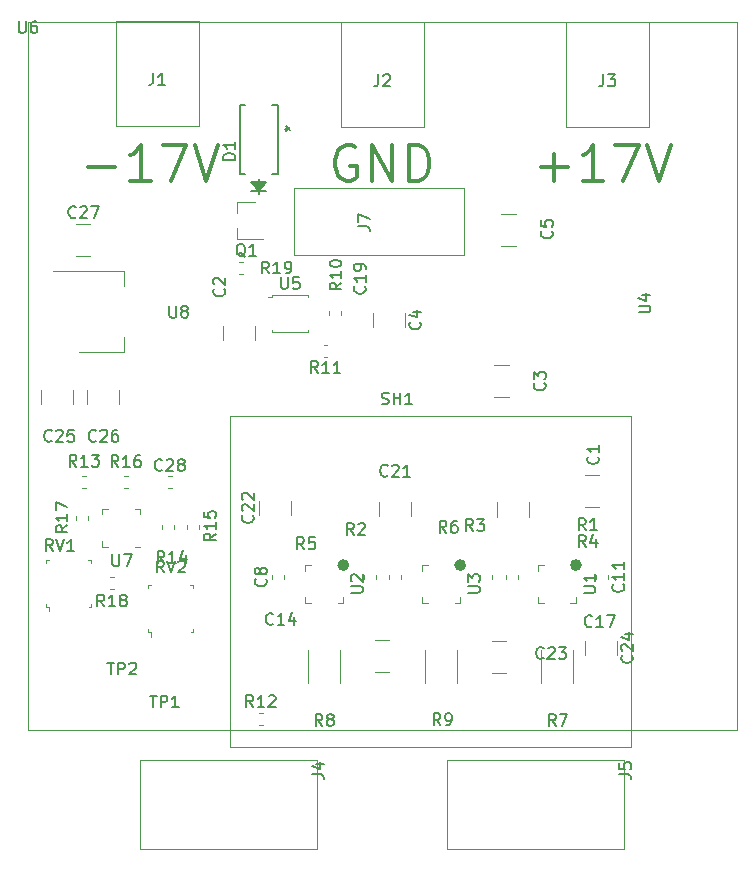
<source format=gto>
G04 #@! TF.GenerationSoftware,KiCad,Pcbnew,(5.1.4)-1*
G04 #@! TF.CreationDate,2020-03-14T09:34:49+01:00*
G04 #@! TF.ProjectId,wave_gen_amp,77617665-5f67-4656-9e5f-616d702e6b69,rev?*
G04 #@! TF.SameCoordinates,Original*
G04 #@! TF.FileFunction,Legend,Top*
G04 #@! TF.FilePolarity,Positive*
%FSLAX46Y46*%
G04 Gerber Fmt 4.6, Leading zero omitted, Abs format (unit mm)*
G04 Created by KiCad (PCBNEW (5.1.4)-1) date 2020-03-14 09:34:49*
%MOMM*%
%LPD*%
G04 APERTURE LIST*
%ADD10C,0.300000*%
%ADD11C,0.120000*%
%ADD12C,0.152400*%
%ADD13C,0.100000*%
%ADD14C,0.500000*%
%ADD15C,0.150000*%
G04 APERTURE END LIST*
D10*
X179414285Y-68314285D02*
X181700000Y-68314285D01*
X180557142Y-69457142D02*
X180557142Y-67171428D01*
X184700000Y-69457142D02*
X182985714Y-69457142D01*
X183842857Y-69457142D02*
X183842857Y-66457142D01*
X183557142Y-66885714D01*
X183271428Y-67171428D01*
X182985714Y-67314285D01*
X185700000Y-66457142D02*
X187700000Y-66457142D01*
X186414285Y-69457142D01*
X188414285Y-66457142D02*
X189414285Y-69457142D01*
X190414285Y-66457142D01*
X163714285Y-66600000D02*
X163428571Y-66457142D01*
X163000000Y-66457142D01*
X162571428Y-66600000D01*
X162285714Y-66885714D01*
X162142857Y-67171428D01*
X162000000Y-67742857D01*
X162000000Y-68171428D01*
X162142857Y-68742857D01*
X162285714Y-69028571D01*
X162571428Y-69314285D01*
X163000000Y-69457142D01*
X163285714Y-69457142D01*
X163714285Y-69314285D01*
X163857142Y-69171428D01*
X163857142Y-68171428D01*
X163285714Y-68171428D01*
X165142857Y-69457142D02*
X165142857Y-66457142D01*
X166857142Y-69457142D01*
X166857142Y-66457142D01*
X168285714Y-69457142D02*
X168285714Y-66457142D01*
X169000000Y-66457142D01*
X169428571Y-66600000D01*
X169714285Y-66885714D01*
X169857142Y-67171428D01*
X170000000Y-67742857D01*
X170000000Y-68171428D01*
X169857142Y-68742857D01*
X169714285Y-69028571D01*
X169428571Y-69314285D01*
X169000000Y-69457142D01*
X168285714Y-69457142D01*
X141114285Y-68314285D02*
X143400000Y-68314285D01*
X146400000Y-69457142D02*
X144685714Y-69457142D01*
X145542857Y-69457142D02*
X145542857Y-66457142D01*
X145257142Y-66885714D01*
X144971428Y-67171428D01*
X144685714Y-67314285D01*
X147400000Y-66457142D02*
X149400000Y-66457142D01*
X148114285Y-69457142D01*
X150114285Y-66457142D02*
X151114285Y-69457142D01*
X152114285Y-66457142D01*
D11*
X196000000Y-56000000D02*
X136000000Y-56000000D01*
X196000000Y-116000000D02*
X196000000Y-56000000D01*
X136000000Y-116000000D02*
X196000000Y-116000000D01*
X136000000Y-56000000D02*
X136000000Y-116000000D01*
X187100000Y-89400000D02*
X153100000Y-89400000D01*
X187100000Y-117400000D02*
X187100000Y-89400000D01*
X153100000Y-117400000D02*
X187100000Y-117400000D01*
X153100000Y-89400000D02*
X153100000Y-117400000D01*
X145060000Y-100435000D02*
X145535000Y-100435000D01*
X142315000Y-97215000D02*
X142315000Y-97690000D01*
X142790000Y-97215000D02*
X142315000Y-97215000D01*
X145535000Y-97215000D02*
X145535000Y-97690000D01*
X145060000Y-97215000D02*
X145535000Y-97215000D01*
X142315000Y-100435000D02*
X142315000Y-99960000D01*
X142790000Y-100435000D02*
X142315000Y-100435000D01*
X147837221Y-95510000D02*
X148162779Y-95510000D01*
X147837221Y-94490000D02*
X148162779Y-94490000D01*
X154212779Y-76340000D02*
X153887221Y-76340000D01*
X154212779Y-77360000D02*
X153887221Y-77360000D01*
X153740000Y-71270000D02*
X155200000Y-71270000D01*
X153740000Y-74430000D02*
X155900000Y-74430000D01*
X153740000Y-74430000D02*
X153740000Y-73500000D01*
X153740000Y-71270000D02*
X153740000Y-72200000D01*
D12*
X154402260Y-63077999D02*
X153963000Y-63077999D01*
X156697740Y-68922001D02*
X157137000Y-68922001D01*
X153963000Y-68922001D02*
X154402260Y-68922001D01*
X153963000Y-63077999D02*
X153963000Y-68922001D01*
X157137000Y-63077999D02*
X156697740Y-63077999D01*
X157137000Y-68922001D02*
X157137000Y-63077999D01*
X154915000Y-69557001D02*
X156185000Y-69557001D01*
X155550000Y-70319001D02*
X155677000Y-69557001D01*
X155550000Y-70319001D02*
X155804000Y-69557001D01*
X155550000Y-70319001D02*
X155931000Y-69557001D01*
X155550000Y-70319001D02*
X156058000Y-69557001D01*
X155550000Y-70319001D02*
X156185000Y-69557001D01*
X155550000Y-70319001D02*
X155423000Y-69557001D01*
X155550000Y-70319001D02*
X155296000Y-69557001D01*
X155550000Y-70319001D02*
X155169000Y-69557001D01*
X155550000Y-70319001D02*
X155042000Y-69557001D01*
X155550000Y-70319001D02*
X154915000Y-69557001D01*
X154915000Y-70319001D02*
X156185000Y-70319001D01*
X155550000Y-69303001D02*
X155550000Y-70573001D01*
D11*
X138100000Y-77140000D02*
X144110000Y-77140000D01*
X140350000Y-83960000D02*
X144110000Y-83960000D01*
X144110000Y-77140000D02*
X144110000Y-78400000D01*
X144110000Y-83960000D02*
X144110000Y-82700000D01*
X172900000Y-75750000D02*
X172900000Y-70050000D01*
X158550000Y-75750000D02*
X158550000Y-70050000D01*
X172900000Y-70050000D02*
X158550000Y-70050000D01*
X172900000Y-75750000D02*
X158550000Y-75750000D01*
X140097936Y-75810000D02*
X141302064Y-75810000D01*
X140097936Y-73090000D02*
X141302064Y-73090000D01*
X140990000Y-87197936D02*
X140990000Y-88402064D01*
X143710000Y-87197936D02*
X143710000Y-88402064D01*
X137090000Y-87197936D02*
X137090000Y-88402064D01*
X139810000Y-87197936D02*
X139810000Y-88402064D01*
D13*
X146400000Y-107700000D02*
X146400000Y-108050000D01*
X146200000Y-107700000D02*
X146400000Y-107700000D01*
X146200000Y-107450000D02*
X146200000Y-107700000D01*
X150000000Y-107700000D02*
X150000000Y-107450000D01*
X150000000Y-107700000D02*
X149800000Y-107700000D01*
X150000000Y-103700000D02*
X149750000Y-103700000D01*
X150000000Y-103700000D02*
X150000000Y-103950000D01*
X146200000Y-103700000D02*
X146450000Y-103700000D01*
X146200000Y-103700000D02*
X146200000Y-103950000D01*
X137750000Y-105550000D02*
X137750000Y-105900000D01*
X137550000Y-105550000D02*
X137750000Y-105550000D01*
X137550000Y-105300000D02*
X137550000Y-105550000D01*
X141350000Y-105550000D02*
X141350000Y-105300000D01*
X141350000Y-105550000D02*
X141150000Y-105550000D01*
X141350000Y-101550000D02*
X141100000Y-101550000D01*
X141350000Y-101550000D02*
X141350000Y-101800000D01*
X137550000Y-101550000D02*
X137800000Y-101550000D01*
X137550000Y-101550000D02*
X137550000Y-101800000D01*
D11*
X143262779Y-102990000D02*
X142937221Y-102990000D01*
X143262779Y-104010000D02*
X142937221Y-104010000D01*
X141110000Y-98162779D02*
X141110000Y-97837221D01*
X140090000Y-98162779D02*
X140090000Y-97837221D01*
X144137221Y-95510000D02*
X144462779Y-95510000D01*
X144137221Y-94490000D02*
X144462779Y-94490000D01*
X150510000Y-98962779D02*
X150510000Y-98637221D01*
X149490000Y-98962779D02*
X149490000Y-98637221D01*
X147390000Y-98587221D02*
X147390000Y-98912779D01*
X148410000Y-98587221D02*
X148410000Y-98912779D01*
X140950279Y-94490000D02*
X140624721Y-94490000D01*
X140950279Y-95510000D02*
X140624721Y-95510000D01*
X182170000Y-112002064D02*
X182170000Y-109197936D01*
X179450000Y-112002064D02*
X179450000Y-109197936D01*
X162550000Y-64950000D02*
X169550000Y-64950000D01*
X162550000Y-56050000D02*
X162550000Y-64950000D01*
X169550000Y-56050000D02*
X162550000Y-56050000D01*
X169550000Y-64950000D02*
X169550000Y-56050000D01*
X181550000Y-64950000D02*
X188550000Y-64950000D01*
X181550000Y-56050000D02*
X181550000Y-64950000D01*
X188550000Y-56050000D02*
X181550000Y-56050000D01*
X188550000Y-64950000D02*
X188550000Y-56050000D01*
X143490000Y-64850000D02*
X150490000Y-64850000D01*
X143490000Y-55950000D02*
X143490000Y-64850000D01*
X150490000Y-55950000D02*
X143490000Y-55950000D01*
X150490000Y-64850000D02*
X150490000Y-55950000D01*
D14*
X172850000Y-102000000D02*
G75*
G03X172850000Y-102000000I-250000J0D01*
G01*
D11*
X169390000Y-105210000D02*
X169865000Y-105210000D01*
X169390000Y-104735000D02*
X169390000Y-105210000D01*
X169390000Y-101990000D02*
X169865000Y-101990000D01*
X169390000Y-102465000D02*
X169390000Y-101990000D01*
X172610000Y-105210000D02*
X172135000Y-105210000D01*
X172610000Y-104735000D02*
X172610000Y-105210000D01*
D14*
X162950000Y-102000000D02*
G75*
G03X162950000Y-102000000I-250000J0D01*
G01*
D11*
X159490000Y-105210000D02*
X159965000Y-105210000D01*
X159490000Y-104735000D02*
X159490000Y-105210000D01*
X159490000Y-101990000D02*
X159965000Y-101990000D01*
X159490000Y-102465000D02*
X159490000Y-101990000D01*
X162710000Y-105210000D02*
X162235000Y-105210000D01*
X162710000Y-104735000D02*
X162710000Y-105210000D01*
D14*
X182650000Y-102000000D02*
G75*
G03X182650000Y-102000000I-250000J0D01*
G01*
D11*
X179190000Y-105210000D02*
X179665000Y-105210000D01*
X179190000Y-104735000D02*
X179190000Y-105210000D01*
X179190000Y-101990000D02*
X179665000Y-101990000D01*
X179190000Y-102465000D02*
X179190000Y-101990000D01*
X182410000Y-105210000D02*
X181935000Y-105210000D01*
X182410000Y-104735000D02*
X182410000Y-105210000D01*
X168460000Y-97852064D02*
X168460000Y-96647936D01*
X165740000Y-97852064D02*
X165740000Y-96647936D01*
X183140000Y-108397936D02*
X183140000Y-109602064D01*
X185860000Y-108397936D02*
X185860000Y-109602064D01*
X175297936Y-111160000D02*
X176502064Y-111160000D01*
X175297936Y-108440000D02*
X176502064Y-108440000D01*
X158310000Y-97752064D02*
X158310000Y-96547936D01*
X155590000Y-97752064D02*
X155590000Y-96547936D01*
X155549721Y-115510000D02*
X155875279Y-115510000D01*
X155549721Y-114490000D02*
X155875279Y-114490000D01*
X165347936Y-111060000D02*
X166552064Y-111060000D01*
X165347936Y-108340000D02*
X166552064Y-108340000D01*
X159750000Y-79160000D02*
X159750000Y-79310000D01*
X156630000Y-79160000D02*
X156630000Y-79310000D01*
X156630000Y-82280000D02*
X156630000Y-82130000D01*
X156630000Y-79160000D02*
X159750000Y-79160000D01*
X156630000Y-82280000D02*
X159750000Y-82280000D01*
X159750000Y-82280000D02*
X159750000Y-82130000D01*
X156630000Y-79310000D02*
X156370000Y-79310000D01*
X161362779Y-83340000D02*
X161037221Y-83340000D01*
X161362779Y-84360000D02*
X161037221Y-84360000D01*
X161490000Y-80487221D02*
X161490000Y-80812779D01*
X162510000Y-80487221D02*
X162510000Y-80812779D01*
X186500000Y-118500000D02*
X186500000Y-126000000D01*
X171500000Y-118500000D02*
X186500000Y-118500000D01*
X171500000Y-126000000D02*
X171500000Y-118500000D01*
X186500000Y-126000000D02*
X171500000Y-126000000D01*
X160500000Y-118500000D02*
X160500000Y-126000000D01*
X145500000Y-118500000D02*
X160500000Y-118500000D01*
X145500000Y-126000000D02*
X145500000Y-118500000D01*
X160500000Y-126000000D02*
X145500000Y-126000000D01*
X172360000Y-112002064D02*
X172360000Y-109197936D01*
X169640000Y-112002064D02*
X169640000Y-109197936D01*
X162460000Y-112002064D02*
X162460000Y-109197936D01*
X159740000Y-112002064D02*
X159740000Y-109197936D01*
X177510000Y-103162779D02*
X177510000Y-102837221D01*
X176490000Y-103162779D02*
X176490000Y-102837221D01*
X184090000Y-102837221D02*
X184090000Y-103162779D01*
X185110000Y-102837221D02*
X185110000Y-103162779D01*
X167610000Y-103162779D02*
X167610000Y-102837221D01*
X166590000Y-103162779D02*
X166590000Y-102837221D01*
X174290000Y-102837221D02*
X174290000Y-103162779D01*
X175310000Y-102837221D02*
X175310000Y-103162779D01*
X157710000Y-103162779D02*
X157710000Y-102837221D01*
X156690000Y-103162779D02*
X156690000Y-102837221D01*
X164490000Y-102837221D02*
X164490000Y-103162779D01*
X165510000Y-102837221D02*
X165510000Y-103162779D01*
X178410000Y-97902064D02*
X178410000Y-96697936D01*
X175690000Y-97902064D02*
X175690000Y-96697936D01*
X177302064Y-72240000D02*
X176097936Y-72240000D01*
X177302064Y-74960000D02*
X176097936Y-74960000D01*
X165190000Y-80647936D02*
X165190000Y-81852064D01*
X167910000Y-80647936D02*
X167910000Y-81852064D01*
X176702064Y-85040000D02*
X175497936Y-85040000D01*
X176702064Y-87760000D02*
X175497936Y-87760000D01*
X152490000Y-81747936D02*
X152490000Y-82952064D01*
X155210000Y-81747936D02*
X155210000Y-82952064D01*
X184352064Y-94340000D02*
X183147936Y-94340000D01*
X184352064Y-97060000D02*
X183147936Y-97060000D01*
D15*
X135238095Y-55952380D02*
X135238095Y-56761904D01*
X135285714Y-56857142D01*
X135333333Y-56904761D01*
X135428571Y-56952380D01*
X135619047Y-56952380D01*
X135714285Y-56904761D01*
X135761904Y-56857142D01*
X135809523Y-56761904D01*
X135809523Y-55952380D01*
X136714285Y-55952380D02*
X136523809Y-55952380D01*
X136428571Y-56000000D01*
X136380952Y-56047619D01*
X136285714Y-56190476D01*
X136238095Y-56380952D01*
X136238095Y-56761904D01*
X136285714Y-56857142D01*
X136333333Y-56904761D01*
X136428571Y-56952380D01*
X136619047Y-56952380D01*
X136714285Y-56904761D01*
X136761904Y-56857142D01*
X136809523Y-56761904D01*
X136809523Y-56523809D01*
X136761904Y-56428571D01*
X136714285Y-56380952D01*
X136619047Y-56333333D01*
X136428571Y-56333333D01*
X136333333Y-56380952D01*
X136285714Y-56428571D01*
X136238095Y-56523809D01*
X165964285Y-88354761D02*
X166107142Y-88402380D01*
X166345238Y-88402380D01*
X166440476Y-88354761D01*
X166488095Y-88307142D01*
X166535714Y-88211904D01*
X166535714Y-88116666D01*
X166488095Y-88021428D01*
X166440476Y-87973809D01*
X166345238Y-87926190D01*
X166154761Y-87878571D01*
X166059523Y-87830952D01*
X166011904Y-87783333D01*
X165964285Y-87688095D01*
X165964285Y-87592857D01*
X166011904Y-87497619D01*
X166059523Y-87450000D01*
X166154761Y-87402380D01*
X166392857Y-87402380D01*
X166535714Y-87450000D01*
X166964285Y-88402380D02*
X166964285Y-87402380D01*
X166964285Y-87878571D02*
X167535714Y-87878571D01*
X167535714Y-88402380D02*
X167535714Y-87402380D01*
X168535714Y-88402380D02*
X167964285Y-88402380D01*
X168250000Y-88402380D02*
X168250000Y-87402380D01*
X168154761Y-87545238D01*
X168059523Y-87640476D01*
X167964285Y-87688095D01*
X142738095Y-110252380D02*
X143309523Y-110252380D01*
X143023809Y-111252380D02*
X143023809Y-110252380D01*
X143642857Y-111252380D02*
X143642857Y-110252380D01*
X144023809Y-110252380D01*
X144119047Y-110300000D01*
X144166666Y-110347619D01*
X144214285Y-110442857D01*
X144214285Y-110585714D01*
X144166666Y-110680952D01*
X144119047Y-110728571D01*
X144023809Y-110776190D01*
X143642857Y-110776190D01*
X144595238Y-110347619D02*
X144642857Y-110300000D01*
X144738095Y-110252380D01*
X144976190Y-110252380D01*
X145071428Y-110300000D01*
X145119047Y-110347619D01*
X145166666Y-110442857D01*
X145166666Y-110538095D01*
X145119047Y-110680952D01*
X144547619Y-111252380D01*
X145166666Y-111252380D01*
X146338095Y-113052380D02*
X146909523Y-113052380D01*
X146623809Y-114052380D02*
X146623809Y-113052380D01*
X147242857Y-114052380D02*
X147242857Y-113052380D01*
X147623809Y-113052380D01*
X147719047Y-113100000D01*
X147766666Y-113147619D01*
X147814285Y-113242857D01*
X147814285Y-113385714D01*
X147766666Y-113480952D01*
X147719047Y-113528571D01*
X147623809Y-113576190D01*
X147242857Y-113576190D01*
X148766666Y-114052380D02*
X148195238Y-114052380D01*
X148480952Y-114052380D02*
X148480952Y-113052380D01*
X148385714Y-113195238D01*
X148290476Y-113290476D01*
X148195238Y-113338095D01*
X143163095Y-101097380D02*
X143163095Y-101906904D01*
X143210714Y-102002142D01*
X143258333Y-102049761D01*
X143353571Y-102097380D01*
X143544047Y-102097380D01*
X143639285Y-102049761D01*
X143686904Y-102002142D01*
X143734523Y-101906904D01*
X143734523Y-101097380D01*
X144115476Y-101097380D02*
X144782142Y-101097380D01*
X144353571Y-102097380D01*
X147357142Y-93927142D02*
X147309523Y-93974761D01*
X147166666Y-94022380D01*
X147071428Y-94022380D01*
X146928571Y-93974761D01*
X146833333Y-93879523D01*
X146785714Y-93784285D01*
X146738095Y-93593809D01*
X146738095Y-93450952D01*
X146785714Y-93260476D01*
X146833333Y-93165238D01*
X146928571Y-93070000D01*
X147071428Y-93022380D01*
X147166666Y-93022380D01*
X147309523Y-93070000D01*
X147357142Y-93117619D01*
X147738095Y-93117619D02*
X147785714Y-93070000D01*
X147880952Y-93022380D01*
X148119047Y-93022380D01*
X148214285Y-93070000D01*
X148261904Y-93117619D01*
X148309523Y-93212857D01*
X148309523Y-93308095D01*
X148261904Y-93450952D01*
X147690476Y-94022380D01*
X148309523Y-94022380D01*
X148880952Y-93450952D02*
X148785714Y-93403333D01*
X148738095Y-93355714D01*
X148690476Y-93260476D01*
X148690476Y-93212857D01*
X148738095Y-93117619D01*
X148785714Y-93070000D01*
X148880952Y-93022380D01*
X149071428Y-93022380D01*
X149166666Y-93070000D01*
X149214285Y-93117619D01*
X149261904Y-93212857D01*
X149261904Y-93260476D01*
X149214285Y-93355714D01*
X149166666Y-93403333D01*
X149071428Y-93450952D01*
X148880952Y-93450952D01*
X148785714Y-93498571D01*
X148738095Y-93546190D01*
X148690476Y-93641428D01*
X148690476Y-93831904D01*
X148738095Y-93927142D01*
X148785714Y-93974761D01*
X148880952Y-94022380D01*
X149071428Y-94022380D01*
X149166666Y-93974761D01*
X149214285Y-93927142D01*
X149261904Y-93831904D01*
X149261904Y-93641428D01*
X149214285Y-93546190D01*
X149166666Y-93498571D01*
X149071428Y-93450952D01*
X156407142Y-77302380D02*
X156073809Y-76826190D01*
X155835714Y-77302380D02*
X155835714Y-76302380D01*
X156216666Y-76302380D01*
X156311904Y-76350000D01*
X156359523Y-76397619D01*
X156407142Y-76492857D01*
X156407142Y-76635714D01*
X156359523Y-76730952D01*
X156311904Y-76778571D01*
X156216666Y-76826190D01*
X155835714Y-76826190D01*
X157359523Y-77302380D02*
X156788095Y-77302380D01*
X157073809Y-77302380D02*
X157073809Y-76302380D01*
X156978571Y-76445238D01*
X156883333Y-76540476D01*
X156788095Y-76588095D01*
X157835714Y-77302380D02*
X158026190Y-77302380D01*
X158121428Y-77254761D01*
X158169047Y-77207142D01*
X158264285Y-77064285D01*
X158311904Y-76873809D01*
X158311904Y-76492857D01*
X158264285Y-76397619D01*
X158216666Y-76350000D01*
X158121428Y-76302380D01*
X157930952Y-76302380D01*
X157835714Y-76350000D01*
X157788095Y-76397619D01*
X157740476Y-76492857D01*
X157740476Y-76730952D01*
X157788095Y-76826190D01*
X157835714Y-76873809D01*
X157930952Y-76921428D01*
X158121428Y-76921428D01*
X158216666Y-76873809D01*
X158264285Y-76826190D01*
X158311904Y-76730952D01*
X154404761Y-75897619D02*
X154309523Y-75850000D01*
X154214285Y-75754761D01*
X154071428Y-75611904D01*
X153976190Y-75564285D01*
X153880952Y-75564285D01*
X153928571Y-75802380D02*
X153833333Y-75754761D01*
X153738095Y-75659523D01*
X153690476Y-75469047D01*
X153690476Y-75135714D01*
X153738095Y-74945238D01*
X153833333Y-74850000D01*
X153928571Y-74802380D01*
X154119047Y-74802380D01*
X154214285Y-74850000D01*
X154309523Y-74945238D01*
X154357142Y-75135714D01*
X154357142Y-75469047D01*
X154309523Y-75659523D01*
X154214285Y-75754761D01*
X154119047Y-75802380D01*
X153928571Y-75802380D01*
X155309523Y-75802380D02*
X154738095Y-75802380D01*
X155023809Y-75802380D02*
X155023809Y-74802380D01*
X154928571Y-74945238D01*
X154833333Y-75040476D01*
X154738095Y-75088095D01*
X153552380Y-67688095D02*
X152552380Y-67688095D01*
X152552380Y-67450000D01*
X152600000Y-67307142D01*
X152695238Y-67211904D01*
X152790476Y-67164285D01*
X152980952Y-67116666D01*
X153123809Y-67116666D01*
X153314285Y-67164285D01*
X153409523Y-67211904D01*
X153504761Y-67307142D01*
X153552380Y-67450000D01*
X153552380Y-67688095D01*
X153552380Y-66164285D02*
X153552380Y-66735714D01*
X153552380Y-66450000D02*
X152552380Y-66450000D01*
X152695238Y-66545238D01*
X152790476Y-66640476D01*
X152838095Y-66735714D01*
X157752380Y-65050000D02*
X157990476Y-65050000D01*
X157895238Y-65288095D02*
X157990476Y-65050000D01*
X157895238Y-64811904D01*
X158180952Y-65192857D02*
X157990476Y-65050000D01*
X158180952Y-64907142D01*
X157752380Y-65050000D02*
X157990476Y-65050000D01*
X157895238Y-65288095D02*
X157990476Y-65050000D01*
X157895238Y-64811904D01*
X158180952Y-65192857D02*
X157990476Y-65050000D01*
X158180952Y-64907142D01*
X147988095Y-80052380D02*
X147988095Y-80861904D01*
X148035714Y-80957142D01*
X148083333Y-81004761D01*
X148178571Y-81052380D01*
X148369047Y-81052380D01*
X148464285Y-81004761D01*
X148511904Y-80957142D01*
X148559523Y-80861904D01*
X148559523Y-80052380D01*
X149178571Y-80480952D02*
X149083333Y-80433333D01*
X149035714Y-80385714D01*
X148988095Y-80290476D01*
X148988095Y-80242857D01*
X149035714Y-80147619D01*
X149083333Y-80100000D01*
X149178571Y-80052380D01*
X149369047Y-80052380D01*
X149464285Y-80100000D01*
X149511904Y-80147619D01*
X149559523Y-80242857D01*
X149559523Y-80290476D01*
X149511904Y-80385714D01*
X149464285Y-80433333D01*
X149369047Y-80480952D01*
X149178571Y-80480952D01*
X149083333Y-80528571D01*
X149035714Y-80576190D01*
X148988095Y-80671428D01*
X148988095Y-80861904D01*
X149035714Y-80957142D01*
X149083333Y-81004761D01*
X149178571Y-81052380D01*
X149369047Y-81052380D01*
X149464285Y-81004761D01*
X149511904Y-80957142D01*
X149559523Y-80861904D01*
X149559523Y-80671428D01*
X149511904Y-80576190D01*
X149464285Y-80528571D01*
X149369047Y-80480952D01*
X163947380Y-73318333D02*
X164661666Y-73318333D01*
X164804523Y-73365952D01*
X164899761Y-73461190D01*
X164947380Y-73604047D01*
X164947380Y-73699285D01*
X163947380Y-72937380D02*
X163947380Y-72270714D01*
X164947380Y-72699285D01*
X140057142Y-72527142D02*
X140009523Y-72574761D01*
X139866666Y-72622380D01*
X139771428Y-72622380D01*
X139628571Y-72574761D01*
X139533333Y-72479523D01*
X139485714Y-72384285D01*
X139438095Y-72193809D01*
X139438095Y-72050952D01*
X139485714Y-71860476D01*
X139533333Y-71765238D01*
X139628571Y-71670000D01*
X139771428Y-71622380D01*
X139866666Y-71622380D01*
X140009523Y-71670000D01*
X140057142Y-71717619D01*
X140438095Y-71717619D02*
X140485714Y-71670000D01*
X140580952Y-71622380D01*
X140819047Y-71622380D01*
X140914285Y-71670000D01*
X140961904Y-71717619D01*
X141009523Y-71812857D01*
X141009523Y-71908095D01*
X140961904Y-72050952D01*
X140390476Y-72622380D01*
X141009523Y-72622380D01*
X141342857Y-71622380D02*
X142009523Y-71622380D01*
X141580952Y-72622380D01*
X141757142Y-91457142D02*
X141709523Y-91504761D01*
X141566666Y-91552380D01*
X141471428Y-91552380D01*
X141328571Y-91504761D01*
X141233333Y-91409523D01*
X141185714Y-91314285D01*
X141138095Y-91123809D01*
X141138095Y-90980952D01*
X141185714Y-90790476D01*
X141233333Y-90695238D01*
X141328571Y-90600000D01*
X141471428Y-90552380D01*
X141566666Y-90552380D01*
X141709523Y-90600000D01*
X141757142Y-90647619D01*
X142138095Y-90647619D02*
X142185714Y-90600000D01*
X142280952Y-90552380D01*
X142519047Y-90552380D01*
X142614285Y-90600000D01*
X142661904Y-90647619D01*
X142709523Y-90742857D01*
X142709523Y-90838095D01*
X142661904Y-90980952D01*
X142090476Y-91552380D01*
X142709523Y-91552380D01*
X143566666Y-90552380D02*
X143376190Y-90552380D01*
X143280952Y-90600000D01*
X143233333Y-90647619D01*
X143138095Y-90790476D01*
X143090476Y-90980952D01*
X143090476Y-91361904D01*
X143138095Y-91457142D01*
X143185714Y-91504761D01*
X143280952Y-91552380D01*
X143471428Y-91552380D01*
X143566666Y-91504761D01*
X143614285Y-91457142D01*
X143661904Y-91361904D01*
X143661904Y-91123809D01*
X143614285Y-91028571D01*
X143566666Y-90980952D01*
X143471428Y-90933333D01*
X143280952Y-90933333D01*
X143185714Y-90980952D01*
X143138095Y-91028571D01*
X143090476Y-91123809D01*
X138007142Y-91457142D02*
X137959523Y-91504761D01*
X137816666Y-91552380D01*
X137721428Y-91552380D01*
X137578571Y-91504761D01*
X137483333Y-91409523D01*
X137435714Y-91314285D01*
X137388095Y-91123809D01*
X137388095Y-90980952D01*
X137435714Y-90790476D01*
X137483333Y-90695238D01*
X137578571Y-90600000D01*
X137721428Y-90552380D01*
X137816666Y-90552380D01*
X137959523Y-90600000D01*
X138007142Y-90647619D01*
X138388095Y-90647619D02*
X138435714Y-90600000D01*
X138530952Y-90552380D01*
X138769047Y-90552380D01*
X138864285Y-90600000D01*
X138911904Y-90647619D01*
X138959523Y-90742857D01*
X138959523Y-90838095D01*
X138911904Y-90980952D01*
X138340476Y-91552380D01*
X138959523Y-91552380D01*
X139864285Y-90552380D02*
X139388095Y-90552380D01*
X139340476Y-91028571D01*
X139388095Y-90980952D01*
X139483333Y-90933333D01*
X139721428Y-90933333D01*
X139816666Y-90980952D01*
X139864285Y-91028571D01*
X139911904Y-91123809D01*
X139911904Y-91361904D01*
X139864285Y-91457142D01*
X139816666Y-91504761D01*
X139721428Y-91552380D01*
X139483333Y-91552380D01*
X139388095Y-91504761D01*
X139340476Y-91457142D01*
X147504761Y-102612380D02*
X147171428Y-102136190D01*
X146933333Y-102612380D02*
X146933333Y-101612380D01*
X147314285Y-101612380D01*
X147409523Y-101660000D01*
X147457142Y-101707619D01*
X147504761Y-101802857D01*
X147504761Y-101945714D01*
X147457142Y-102040952D01*
X147409523Y-102088571D01*
X147314285Y-102136190D01*
X146933333Y-102136190D01*
X147790476Y-101612380D02*
X148123809Y-102612380D01*
X148457142Y-101612380D01*
X148742857Y-101707619D02*
X148790476Y-101660000D01*
X148885714Y-101612380D01*
X149123809Y-101612380D01*
X149219047Y-101660000D01*
X149266666Y-101707619D01*
X149314285Y-101802857D01*
X149314285Y-101898095D01*
X149266666Y-102040952D01*
X148695238Y-102612380D01*
X149314285Y-102612380D01*
X138104761Y-100802380D02*
X137771428Y-100326190D01*
X137533333Y-100802380D02*
X137533333Y-99802380D01*
X137914285Y-99802380D01*
X138009523Y-99850000D01*
X138057142Y-99897619D01*
X138104761Y-99992857D01*
X138104761Y-100135714D01*
X138057142Y-100230952D01*
X138009523Y-100278571D01*
X137914285Y-100326190D01*
X137533333Y-100326190D01*
X138390476Y-99802380D02*
X138723809Y-100802380D01*
X139057142Y-99802380D01*
X139914285Y-100802380D02*
X139342857Y-100802380D01*
X139628571Y-100802380D02*
X139628571Y-99802380D01*
X139533333Y-99945238D01*
X139438095Y-100040476D01*
X139342857Y-100088095D01*
X142457142Y-105502380D02*
X142123809Y-105026190D01*
X141885714Y-105502380D02*
X141885714Y-104502380D01*
X142266666Y-104502380D01*
X142361904Y-104550000D01*
X142409523Y-104597619D01*
X142457142Y-104692857D01*
X142457142Y-104835714D01*
X142409523Y-104930952D01*
X142361904Y-104978571D01*
X142266666Y-105026190D01*
X141885714Y-105026190D01*
X143409523Y-105502380D02*
X142838095Y-105502380D01*
X143123809Y-105502380D02*
X143123809Y-104502380D01*
X143028571Y-104645238D01*
X142933333Y-104740476D01*
X142838095Y-104788095D01*
X143980952Y-104930952D02*
X143885714Y-104883333D01*
X143838095Y-104835714D01*
X143790476Y-104740476D01*
X143790476Y-104692857D01*
X143838095Y-104597619D01*
X143885714Y-104550000D01*
X143980952Y-104502380D01*
X144171428Y-104502380D01*
X144266666Y-104550000D01*
X144314285Y-104597619D01*
X144361904Y-104692857D01*
X144361904Y-104740476D01*
X144314285Y-104835714D01*
X144266666Y-104883333D01*
X144171428Y-104930952D01*
X143980952Y-104930952D01*
X143885714Y-104978571D01*
X143838095Y-105026190D01*
X143790476Y-105121428D01*
X143790476Y-105311904D01*
X143838095Y-105407142D01*
X143885714Y-105454761D01*
X143980952Y-105502380D01*
X144171428Y-105502380D01*
X144266666Y-105454761D01*
X144314285Y-105407142D01*
X144361904Y-105311904D01*
X144361904Y-105121428D01*
X144314285Y-105026190D01*
X144266666Y-104978571D01*
X144171428Y-104930952D01*
X139352380Y-98642857D02*
X138876190Y-98976190D01*
X139352380Y-99214285D02*
X138352380Y-99214285D01*
X138352380Y-98833333D01*
X138400000Y-98738095D01*
X138447619Y-98690476D01*
X138542857Y-98642857D01*
X138685714Y-98642857D01*
X138780952Y-98690476D01*
X138828571Y-98738095D01*
X138876190Y-98833333D01*
X138876190Y-99214285D01*
X139352380Y-97690476D02*
X139352380Y-98261904D01*
X139352380Y-97976190D02*
X138352380Y-97976190D01*
X138495238Y-98071428D01*
X138590476Y-98166666D01*
X138638095Y-98261904D01*
X138352380Y-97357142D02*
X138352380Y-96690476D01*
X139352380Y-97119047D01*
X143657142Y-93702380D02*
X143323809Y-93226190D01*
X143085714Y-93702380D02*
X143085714Y-92702380D01*
X143466666Y-92702380D01*
X143561904Y-92750000D01*
X143609523Y-92797619D01*
X143657142Y-92892857D01*
X143657142Y-93035714D01*
X143609523Y-93130952D01*
X143561904Y-93178571D01*
X143466666Y-93226190D01*
X143085714Y-93226190D01*
X144609523Y-93702380D02*
X144038095Y-93702380D01*
X144323809Y-93702380D02*
X144323809Y-92702380D01*
X144228571Y-92845238D01*
X144133333Y-92940476D01*
X144038095Y-92988095D01*
X145466666Y-92702380D02*
X145276190Y-92702380D01*
X145180952Y-92750000D01*
X145133333Y-92797619D01*
X145038095Y-92940476D01*
X144990476Y-93130952D01*
X144990476Y-93511904D01*
X145038095Y-93607142D01*
X145085714Y-93654761D01*
X145180952Y-93702380D01*
X145371428Y-93702380D01*
X145466666Y-93654761D01*
X145514285Y-93607142D01*
X145561904Y-93511904D01*
X145561904Y-93273809D01*
X145514285Y-93178571D01*
X145466666Y-93130952D01*
X145371428Y-93083333D01*
X145180952Y-93083333D01*
X145085714Y-93130952D01*
X145038095Y-93178571D01*
X144990476Y-93273809D01*
X151902380Y-99342857D02*
X151426190Y-99676190D01*
X151902380Y-99914285D02*
X150902380Y-99914285D01*
X150902380Y-99533333D01*
X150950000Y-99438095D01*
X150997619Y-99390476D01*
X151092857Y-99342857D01*
X151235714Y-99342857D01*
X151330952Y-99390476D01*
X151378571Y-99438095D01*
X151426190Y-99533333D01*
X151426190Y-99914285D01*
X151902380Y-98390476D02*
X151902380Y-98961904D01*
X151902380Y-98676190D02*
X150902380Y-98676190D01*
X151045238Y-98771428D01*
X151140476Y-98866666D01*
X151188095Y-98961904D01*
X150902380Y-97485714D02*
X150902380Y-97961904D01*
X151378571Y-98009523D01*
X151330952Y-97961904D01*
X151283333Y-97866666D01*
X151283333Y-97628571D01*
X151330952Y-97533333D01*
X151378571Y-97485714D01*
X151473809Y-97438095D01*
X151711904Y-97438095D01*
X151807142Y-97485714D01*
X151854761Y-97533333D01*
X151902380Y-97628571D01*
X151902380Y-97866666D01*
X151854761Y-97961904D01*
X151807142Y-98009523D01*
X147557142Y-101802380D02*
X147223809Y-101326190D01*
X146985714Y-101802380D02*
X146985714Y-100802380D01*
X147366666Y-100802380D01*
X147461904Y-100850000D01*
X147509523Y-100897619D01*
X147557142Y-100992857D01*
X147557142Y-101135714D01*
X147509523Y-101230952D01*
X147461904Y-101278571D01*
X147366666Y-101326190D01*
X146985714Y-101326190D01*
X148509523Y-101802380D02*
X147938095Y-101802380D01*
X148223809Y-101802380D02*
X148223809Y-100802380D01*
X148128571Y-100945238D01*
X148033333Y-101040476D01*
X147938095Y-101088095D01*
X149366666Y-101135714D02*
X149366666Y-101802380D01*
X149128571Y-100754761D02*
X148890476Y-101469047D01*
X149509523Y-101469047D01*
X140107142Y-93652380D02*
X139773809Y-93176190D01*
X139535714Y-93652380D02*
X139535714Y-92652380D01*
X139916666Y-92652380D01*
X140011904Y-92700000D01*
X140059523Y-92747619D01*
X140107142Y-92842857D01*
X140107142Y-92985714D01*
X140059523Y-93080952D01*
X140011904Y-93128571D01*
X139916666Y-93176190D01*
X139535714Y-93176190D01*
X141059523Y-93652380D02*
X140488095Y-93652380D01*
X140773809Y-93652380D02*
X140773809Y-92652380D01*
X140678571Y-92795238D01*
X140583333Y-92890476D01*
X140488095Y-92938095D01*
X141392857Y-92652380D02*
X142011904Y-92652380D01*
X141678571Y-93033333D01*
X141821428Y-93033333D01*
X141916666Y-93080952D01*
X141964285Y-93128571D01*
X142011904Y-93223809D01*
X142011904Y-93461904D01*
X141964285Y-93557142D01*
X141916666Y-93604761D01*
X141821428Y-93652380D01*
X141535714Y-93652380D01*
X141440476Y-93604761D01*
X141392857Y-93557142D01*
X180683333Y-115602380D02*
X180350000Y-115126190D01*
X180111904Y-115602380D02*
X180111904Y-114602380D01*
X180492857Y-114602380D01*
X180588095Y-114650000D01*
X180635714Y-114697619D01*
X180683333Y-114792857D01*
X180683333Y-114935714D01*
X180635714Y-115030952D01*
X180588095Y-115078571D01*
X180492857Y-115126190D01*
X180111904Y-115126190D01*
X181016666Y-114602380D02*
X181683333Y-114602380D01*
X181254761Y-115602380D01*
X165666666Y-60452380D02*
X165666666Y-61166666D01*
X165619047Y-61309523D01*
X165523809Y-61404761D01*
X165380952Y-61452380D01*
X165285714Y-61452380D01*
X166095238Y-60547619D02*
X166142857Y-60500000D01*
X166238095Y-60452380D01*
X166476190Y-60452380D01*
X166571428Y-60500000D01*
X166619047Y-60547619D01*
X166666666Y-60642857D01*
X166666666Y-60738095D01*
X166619047Y-60880952D01*
X166047619Y-61452380D01*
X166666666Y-61452380D01*
X184726666Y-60452380D02*
X184726666Y-61166666D01*
X184679047Y-61309523D01*
X184583809Y-61404761D01*
X184440952Y-61452380D01*
X184345714Y-61452380D01*
X185107619Y-60452380D02*
X185726666Y-60452380D01*
X185393333Y-60833333D01*
X185536190Y-60833333D01*
X185631428Y-60880952D01*
X185679047Y-60928571D01*
X185726666Y-61023809D01*
X185726666Y-61261904D01*
X185679047Y-61357142D01*
X185631428Y-61404761D01*
X185536190Y-61452380D01*
X185250476Y-61452380D01*
X185155238Y-61404761D01*
X185107619Y-61357142D01*
X146606666Y-60352380D02*
X146606666Y-61066666D01*
X146559047Y-61209523D01*
X146463809Y-61304761D01*
X146320952Y-61352380D01*
X146225714Y-61352380D01*
X147606666Y-61352380D02*
X147035238Y-61352380D01*
X147320952Y-61352380D02*
X147320952Y-60352380D01*
X147225714Y-60495238D01*
X147130476Y-60590476D01*
X147035238Y-60638095D01*
X173252380Y-104361904D02*
X174061904Y-104361904D01*
X174157142Y-104314285D01*
X174204761Y-104266666D01*
X174252380Y-104171428D01*
X174252380Y-103980952D01*
X174204761Y-103885714D01*
X174157142Y-103838095D01*
X174061904Y-103790476D01*
X173252380Y-103790476D01*
X173252380Y-103409523D02*
X173252380Y-102790476D01*
X173633333Y-103123809D01*
X173633333Y-102980952D01*
X173680952Y-102885714D01*
X173728571Y-102838095D01*
X173823809Y-102790476D01*
X174061904Y-102790476D01*
X174157142Y-102838095D01*
X174204761Y-102885714D01*
X174252380Y-102980952D01*
X174252380Y-103266666D01*
X174204761Y-103361904D01*
X174157142Y-103409523D01*
X163352380Y-104361904D02*
X164161904Y-104361904D01*
X164257142Y-104314285D01*
X164304761Y-104266666D01*
X164352380Y-104171428D01*
X164352380Y-103980952D01*
X164304761Y-103885714D01*
X164257142Y-103838095D01*
X164161904Y-103790476D01*
X163352380Y-103790476D01*
X163447619Y-103361904D02*
X163400000Y-103314285D01*
X163352380Y-103219047D01*
X163352380Y-102980952D01*
X163400000Y-102885714D01*
X163447619Y-102838095D01*
X163542857Y-102790476D01*
X163638095Y-102790476D01*
X163780952Y-102838095D01*
X164352380Y-103409523D01*
X164352380Y-102790476D01*
X183052380Y-104361904D02*
X183861904Y-104361904D01*
X183957142Y-104314285D01*
X184004761Y-104266666D01*
X184052380Y-104171428D01*
X184052380Y-103980952D01*
X184004761Y-103885714D01*
X183957142Y-103838095D01*
X183861904Y-103790476D01*
X183052380Y-103790476D01*
X184052380Y-102790476D02*
X184052380Y-103361904D01*
X184052380Y-103076190D02*
X183052380Y-103076190D01*
X183195238Y-103171428D01*
X183290476Y-103266666D01*
X183338095Y-103361904D01*
X166457142Y-94407142D02*
X166409523Y-94454761D01*
X166266666Y-94502380D01*
X166171428Y-94502380D01*
X166028571Y-94454761D01*
X165933333Y-94359523D01*
X165885714Y-94264285D01*
X165838095Y-94073809D01*
X165838095Y-93930952D01*
X165885714Y-93740476D01*
X165933333Y-93645238D01*
X166028571Y-93550000D01*
X166171428Y-93502380D01*
X166266666Y-93502380D01*
X166409523Y-93550000D01*
X166457142Y-93597619D01*
X166838095Y-93597619D02*
X166885714Y-93550000D01*
X166980952Y-93502380D01*
X167219047Y-93502380D01*
X167314285Y-93550000D01*
X167361904Y-93597619D01*
X167409523Y-93692857D01*
X167409523Y-93788095D01*
X167361904Y-93930952D01*
X166790476Y-94502380D01*
X167409523Y-94502380D01*
X168361904Y-94502380D02*
X167790476Y-94502380D01*
X168076190Y-94502380D02*
X168076190Y-93502380D01*
X167980952Y-93645238D01*
X167885714Y-93740476D01*
X167790476Y-93788095D01*
X187137142Y-109642857D02*
X187184761Y-109690476D01*
X187232380Y-109833333D01*
X187232380Y-109928571D01*
X187184761Y-110071428D01*
X187089523Y-110166666D01*
X186994285Y-110214285D01*
X186803809Y-110261904D01*
X186660952Y-110261904D01*
X186470476Y-110214285D01*
X186375238Y-110166666D01*
X186280000Y-110071428D01*
X186232380Y-109928571D01*
X186232380Y-109833333D01*
X186280000Y-109690476D01*
X186327619Y-109642857D01*
X186327619Y-109261904D02*
X186280000Y-109214285D01*
X186232380Y-109119047D01*
X186232380Y-108880952D01*
X186280000Y-108785714D01*
X186327619Y-108738095D01*
X186422857Y-108690476D01*
X186518095Y-108690476D01*
X186660952Y-108738095D01*
X187232380Y-109309523D01*
X187232380Y-108690476D01*
X186565714Y-107833333D02*
X187232380Y-107833333D01*
X186184761Y-108071428D02*
X186899047Y-108309523D01*
X186899047Y-107690476D01*
X179657142Y-109857142D02*
X179609523Y-109904761D01*
X179466666Y-109952380D01*
X179371428Y-109952380D01*
X179228571Y-109904761D01*
X179133333Y-109809523D01*
X179085714Y-109714285D01*
X179038095Y-109523809D01*
X179038095Y-109380952D01*
X179085714Y-109190476D01*
X179133333Y-109095238D01*
X179228571Y-109000000D01*
X179371428Y-108952380D01*
X179466666Y-108952380D01*
X179609523Y-109000000D01*
X179657142Y-109047619D01*
X180038095Y-109047619D02*
X180085714Y-109000000D01*
X180180952Y-108952380D01*
X180419047Y-108952380D01*
X180514285Y-109000000D01*
X180561904Y-109047619D01*
X180609523Y-109142857D01*
X180609523Y-109238095D01*
X180561904Y-109380952D01*
X179990476Y-109952380D01*
X180609523Y-109952380D01*
X180942857Y-108952380D02*
X181561904Y-108952380D01*
X181228571Y-109333333D01*
X181371428Y-109333333D01*
X181466666Y-109380952D01*
X181514285Y-109428571D01*
X181561904Y-109523809D01*
X181561904Y-109761904D01*
X181514285Y-109857142D01*
X181466666Y-109904761D01*
X181371428Y-109952380D01*
X181085714Y-109952380D01*
X180990476Y-109904761D01*
X180942857Y-109857142D01*
X155027142Y-97792857D02*
X155074761Y-97840476D01*
X155122380Y-97983333D01*
X155122380Y-98078571D01*
X155074761Y-98221428D01*
X154979523Y-98316666D01*
X154884285Y-98364285D01*
X154693809Y-98411904D01*
X154550952Y-98411904D01*
X154360476Y-98364285D01*
X154265238Y-98316666D01*
X154170000Y-98221428D01*
X154122380Y-98078571D01*
X154122380Y-97983333D01*
X154170000Y-97840476D01*
X154217619Y-97792857D01*
X154217619Y-97411904D02*
X154170000Y-97364285D01*
X154122380Y-97269047D01*
X154122380Y-97030952D01*
X154170000Y-96935714D01*
X154217619Y-96888095D01*
X154312857Y-96840476D01*
X154408095Y-96840476D01*
X154550952Y-96888095D01*
X155122380Y-97459523D01*
X155122380Y-96840476D01*
X154217619Y-96459523D02*
X154170000Y-96411904D01*
X154122380Y-96316666D01*
X154122380Y-96078571D01*
X154170000Y-95983333D01*
X154217619Y-95935714D01*
X154312857Y-95888095D01*
X154408095Y-95888095D01*
X154550952Y-95935714D01*
X155122380Y-96507142D01*
X155122380Y-95888095D01*
X155069642Y-114022380D02*
X154736309Y-113546190D01*
X154498214Y-114022380D02*
X154498214Y-113022380D01*
X154879166Y-113022380D01*
X154974404Y-113070000D01*
X155022023Y-113117619D01*
X155069642Y-113212857D01*
X155069642Y-113355714D01*
X155022023Y-113450952D01*
X154974404Y-113498571D01*
X154879166Y-113546190D01*
X154498214Y-113546190D01*
X156022023Y-114022380D02*
X155450595Y-114022380D01*
X155736309Y-114022380D02*
X155736309Y-113022380D01*
X155641071Y-113165238D01*
X155545833Y-113260476D01*
X155450595Y-113308095D01*
X156402976Y-113117619D02*
X156450595Y-113070000D01*
X156545833Y-113022380D01*
X156783928Y-113022380D01*
X156879166Y-113070000D01*
X156926785Y-113117619D01*
X156974404Y-113212857D01*
X156974404Y-113308095D01*
X156926785Y-113450952D01*
X156355357Y-114022380D01*
X156974404Y-114022380D01*
X157428095Y-77622380D02*
X157428095Y-78431904D01*
X157475714Y-78527142D01*
X157523333Y-78574761D01*
X157618571Y-78622380D01*
X157809047Y-78622380D01*
X157904285Y-78574761D01*
X157951904Y-78527142D01*
X157999523Y-78431904D01*
X157999523Y-77622380D01*
X158951904Y-77622380D02*
X158475714Y-77622380D01*
X158428095Y-78098571D01*
X158475714Y-78050952D01*
X158570952Y-78003333D01*
X158809047Y-78003333D01*
X158904285Y-78050952D01*
X158951904Y-78098571D01*
X158999523Y-78193809D01*
X158999523Y-78431904D01*
X158951904Y-78527142D01*
X158904285Y-78574761D01*
X158809047Y-78622380D01*
X158570952Y-78622380D01*
X158475714Y-78574761D01*
X158428095Y-78527142D01*
X187702380Y-80611904D02*
X188511904Y-80611904D01*
X188607142Y-80564285D01*
X188654761Y-80516666D01*
X188702380Y-80421428D01*
X188702380Y-80230952D01*
X188654761Y-80135714D01*
X188607142Y-80088095D01*
X188511904Y-80040476D01*
X187702380Y-80040476D01*
X188035714Y-79135714D02*
X188702380Y-79135714D01*
X187654761Y-79373809D02*
X188369047Y-79611904D01*
X188369047Y-78992857D01*
X160557142Y-85732380D02*
X160223809Y-85256190D01*
X159985714Y-85732380D02*
X159985714Y-84732380D01*
X160366666Y-84732380D01*
X160461904Y-84780000D01*
X160509523Y-84827619D01*
X160557142Y-84922857D01*
X160557142Y-85065714D01*
X160509523Y-85160952D01*
X160461904Y-85208571D01*
X160366666Y-85256190D01*
X159985714Y-85256190D01*
X161509523Y-85732380D02*
X160938095Y-85732380D01*
X161223809Y-85732380D02*
X161223809Y-84732380D01*
X161128571Y-84875238D01*
X161033333Y-84970476D01*
X160938095Y-85018095D01*
X162461904Y-85732380D02*
X161890476Y-85732380D01*
X162176190Y-85732380D02*
X162176190Y-84732380D01*
X162080952Y-84875238D01*
X161985714Y-84970476D01*
X161890476Y-85018095D01*
X162552380Y-78092857D02*
X162076190Y-78426190D01*
X162552380Y-78664285D02*
X161552380Y-78664285D01*
X161552380Y-78283333D01*
X161600000Y-78188095D01*
X161647619Y-78140476D01*
X161742857Y-78092857D01*
X161885714Y-78092857D01*
X161980952Y-78140476D01*
X162028571Y-78188095D01*
X162076190Y-78283333D01*
X162076190Y-78664285D01*
X162552380Y-77140476D02*
X162552380Y-77711904D01*
X162552380Y-77426190D02*
X161552380Y-77426190D01*
X161695238Y-77521428D01*
X161790476Y-77616666D01*
X161838095Y-77711904D01*
X161552380Y-76521428D02*
X161552380Y-76426190D01*
X161600000Y-76330952D01*
X161647619Y-76283333D01*
X161742857Y-76235714D01*
X161933333Y-76188095D01*
X162171428Y-76188095D01*
X162361904Y-76235714D01*
X162457142Y-76283333D01*
X162504761Y-76330952D01*
X162552380Y-76426190D01*
X162552380Y-76521428D01*
X162504761Y-76616666D01*
X162457142Y-76664285D01*
X162361904Y-76711904D01*
X162171428Y-76759523D01*
X161933333Y-76759523D01*
X161742857Y-76711904D01*
X161647619Y-76664285D01*
X161600000Y-76616666D01*
X161552380Y-76521428D01*
X164507142Y-78392857D02*
X164554761Y-78440476D01*
X164602380Y-78583333D01*
X164602380Y-78678571D01*
X164554761Y-78821428D01*
X164459523Y-78916666D01*
X164364285Y-78964285D01*
X164173809Y-79011904D01*
X164030952Y-79011904D01*
X163840476Y-78964285D01*
X163745238Y-78916666D01*
X163650000Y-78821428D01*
X163602380Y-78678571D01*
X163602380Y-78583333D01*
X163650000Y-78440476D01*
X163697619Y-78392857D01*
X164602380Y-77440476D02*
X164602380Y-78011904D01*
X164602380Y-77726190D02*
X163602380Y-77726190D01*
X163745238Y-77821428D01*
X163840476Y-77916666D01*
X163888095Y-78011904D01*
X164602380Y-76964285D02*
X164602380Y-76773809D01*
X164554761Y-76678571D01*
X164507142Y-76630952D01*
X164364285Y-76535714D01*
X164173809Y-76488095D01*
X163792857Y-76488095D01*
X163697619Y-76535714D01*
X163650000Y-76583333D01*
X163602380Y-76678571D01*
X163602380Y-76869047D01*
X163650000Y-76964285D01*
X163697619Y-77011904D01*
X163792857Y-77059523D01*
X164030952Y-77059523D01*
X164126190Y-77011904D01*
X164173809Y-76964285D01*
X164221428Y-76869047D01*
X164221428Y-76678571D01*
X164173809Y-76583333D01*
X164126190Y-76535714D01*
X164030952Y-76488095D01*
X186072380Y-119713333D02*
X186786666Y-119713333D01*
X186929523Y-119760952D01*
X187024761Y-119856190D01*
X187072380Y-119999047D01*
X187072380Y-120094285D01*
X186072380Y-118760952D02*
X186072380Y-119237142D01*
X186548571Y-119284761D01*
X186500952Y-119237142D01*
X186453333Y-119141904D01*
X186453333Y-118903809D01*
X186500952Y-118808571D01*
X186548571Y-118760952D01*
X186643809Y-118713333D01*
X186881904Y-118713333D01*
X186977142Y-118760952D01*
X187024761Y-118808571D01*
X187072380Y-118903809D01*
X187072380Y-119141904D01*
X187024761Y-119237142D01*
X186977142Y-119284761D01*
X160072380Y-119713333D02*
X160786666Y-119713333D01*
X160929523Y-119760952D01*
X161024761Y-119856190D01*
X161072380Y-119999047D01*
X161072380Y-120094285D01*
X160405714Y-118808571D02*
X161072380Y-118808571D01*
X160024761Y-119046666D02*
X160739047Y-119284761D01*
X160739047Y-118665714D01*
X170933333Y-115552380D02*
X170600000Y-115076190D01*
X170361904Y-115552380D02*
X170361904Y-114552380D01*
X170742857Y-114552380D01*
X170838095Y-114600000D01*
X170885714Y-114647619D01*
X170933333Y-114742857D01*
X170933333Y-114885714D01*
X170885714Y-114980952D01*
X170838095Y-115028571D01*
X170742857Y-115076190D01*
X170361904Y-115076190D01*
X171409523Y-115552380D02*
X171600000Y-115552380D01*
X171695238Y-115504761D01*
X171742857Y-115457142D01*
X171838095Y-115314285D01*
X171885714Y-115123809D01*
X171885714Y-114742857D01*
X171838095Y-114647619D01*
X171790476Y-114600000D01*
X171695238Y-114552380D01*
X171504761Y-114552380D01*
X171409523Y-114600000D01*
X171361904Y-114647619D01*
X171314285Y-114742857D01*
X171314285Y-114980952D01*
X171361904Y-115076190D01*
X171409523Y-115123809D01*
X171504761Y-115171428D01*
X171695238Y-115171428D01*
X171790476Y-115123809D01*
X171838095Y-115076190D01*
X171885714Y-114980952D01*
X160933333Y-115602380D02*
X160600000Y-115126190D01*
X160361904Y-115602380D02*
X160361904Y-114602380D01*
X160742857Y-114602380D01*
X160838095Y-114650000D01*
X160885714Y-114697619D01*
X160933333Y-114792857D01*
X160933333Y-114935714D01*
X160885714Y-115030952D01*
X160838095Y-115078571D01*
X160742857Y-115126190D01*
X160361904Y-115126190D01*
X161504761Y-115030952D02*
X161409523Y-114983333D01*
X161361904Y-114935714D01*
X161314285Y-114840476D01*
X161314285Y-114792857D01*
X161361904Y-114697619D01*
X161409523Y-114650000D01*
X161504761Y-114602380D01*
X161695238Y-114602380D01*
X161790476Y-114650000D01*
X161838095Y-114697619D01*
X161885714Y-114792857D01*
X161885714Y-114840476D01*
X161838095Y-114935714D01*
X161790476Y-114983333D01*
X161695238Y-115030952D01*
X161504761Y-115030952D01*
X161409523Y-115078571D01*
X161361904Y-115126190D01*
X161314285Y-115221428D01*
X161314285Y-115411904D01*
X161361904Y-115507142D01*
X161409523Y-115554761D01*
X161504761Y-115602380D01*
X161695238Y-115602380D01*
X161790476Y-115554761D01*
X161838095Y-115507142D01*
X161885714Y-115411904D01*
X161885714Y-115221428D01*
X161838095Y-115126190D01*
X161790476Y-115078571D01*
X161695238Y-115030952D01*
X171433333Y-99252380D02*
X171100000Y-98776190D01*
X170861904Y-99252380D02*
X170861904Y-98252380D01*
X171242857Y-98252380D01*
X171338095Y-98300000D01*
X171385714Y-98347619D01*
X171433333Y-98442857D01*
X171433333Y-98585714D01*
X171385714Y-98680952D01*
X171338095Y-98728571D01*
X171242857Y-98776190D01*
X170861904Y-98776190D01*
X172290476Y-98252380D02*
X172100000Y-98252380D01*
X172004761Y-98300000D01*
X171957142Y-98347619D01*
X171861904Y-98490476D01*
X171814285Y-98680952D01*
X171814285Y-99061904D01*
X171861904Y-99157142D01*
X171909523Y-99204761D01*
X172004761Y-99252380D01*
X172195238Y-99252380D01*
X172290476Y-99204761D01*
X172338095Y-99157142D01*
X172385714Y-99061904D01*
X172385714Y-98823809D01*
X172338095Y-98728571D01*
X172290476Y-98680952D01*
X172195238Y-98633333D01*
X172004761Y-98633333D01*
X171909523Y-98680952D01*
X171861904Y-98728571D01*
X171814285Y-98823809D01*
X159383333Y-100652380D02*
X159050000Y-100176190D01*
X158811904Y-100652380D02*
X158811904Y-99652380D01*
X159192857Y-99652380D01*
X159288095Y-99700000D01*
X159335714Y-99747619D01*
X159383333Y-99842857D01*
X159383333Y-99985714D01*
X159335714Y-100080952D01*
X159288095Y-100128571D01*
X159192857Y-100176190D01*
X158811904Y-100176190D01*
X160288095Y-99652380D02*
X159811904Y-99652380D01*
X159764285Y-100128571D01*
X159811904Y-100080952D01*
X159907142Y-100033333D01*
X160145238Y-100033333D01*
X160240476Y-100080952D01*
X160288095Y-100128571D01*
X160335714Y-100223809D01*
X160335714Y-100461904D01*
X160288095Y-100557142D01*
X160240476Y-100604761D01*
X160145238Y-100652380D01*
X159907142Y-100652380D01*
X159811904Y-100604761D01*
X159764285Y-100557142D01*
X183233333Y-100452380D02*
X182900000Y-99976190D01*
X182661904Y-100452380D02*
X182661904Y-99452380D01*
X183042857Y-99452380D01*
X183138095Y-99500000D01*
X183185714Y-99547619D01*
X183233333Y-99642857D01*
X183233333Y-99785714D01*
X183185714Y-99880952D01*
X183138095Y-99928571D01*
X183042857Y-99976190D01*
X182661904Y-99976190D01*
X184090476Y-99785714D02*
X184090476Y-100452380D01*
X183852380Y-99404761D02*
X183614285Y-100119047D01*
X184233333Y-100119047D01*
X173683333Y-99102380D02*
X173350000Y-98626190D01*
X173111904Y-99102380D02*
X173111904Y-98102380D01*
X173492857Y-98102380D01*
X173588095Y-98150000D01*
X173635714Y-98197619D01*
X173683333Y-98292857D01*
X173683333Y-98435714D01*
X173635714Y-98530952D01*
X173588095Y-98578571D01*
X173492857Y-98626190D01*
X173111904Y-98626190D01*
X174016666Y-98102380D02*
X174635714Y-98102380D01*
X174302380Y-98483333D01*
X174445238Y-98483333D01*
X174540476Y-98530952D01*
X174588095Y-98578571D01*
X174635714Y-98673809D01*
X174635714Y-98911904D01*
X174588095Y-99007142D01*
X174540476Y-99054761D01*
X174445238Y-99102380D01*
X174159523Y-99102380D01*
X174064285Y-99054761D01*
X174016666Y-99007142D01*
X163583333Y-99452380D02*
X163250000Y-98976190D01*
X163011904Y-99452380D02*
X163011904Y-98452380D01*
X163392857Y-98452380D01*
X163488095Y-98500000D01*
X163535714Y-98547619D01*
X163583333Y-98642857D01*
X163583333Y-98785714D01*
X163535714Y-98880952D01*
X163488095Y-98928571D01*
X163392857Y-98976190D01*
X163011904Y-98976190D01*
X163964285Y-98547619D02*
X164011904Y-98500000D01*
X164107142Y-98452380D01*
X164345238Y-98452380D01*
X164440476Y-98500000D01*
X164488095Y-98547619D01*
X164535714Y-98642857D01*
X164535714Y-98738095D01*
X164488095Y-98880952D01*
X163916666Y-99452380D01*
X164535714Y-99452380D01*
X183233333Y-99052380D02*
X182900000Y-98576190D01*
X182661904Y-99052380D02*
X182661904Y-98052380D01*
X183042857Y-98052380D01*
X183138095Y-98100000D01*
X183185714Y-98147619D01*
X183233333Y-98242857D01*
X183233333Y-98385714D01*
X183185714Y-98480952D01*
X183138095Y-98528571D01*
X183042857Y-98576190D01*
X182661904Y-98576190D01*
X184185714Y-99052380D02*
X183614285Y-99052380D01*
X183900000Y-99052380D02*
X183900000Y-98052380D01*
X183804761Y-98195238D01*
X183709523Y-98290476D01*
X183614285Y-98338095D01*
X183757142Y-107157142D02*
X183709523Y-107204761D01*
X183566666Y-107252380D01*
X183471428Y-107252380D01*
X183328571Y-107204761D01*
X183233333Y-107109523D01*
X183185714Y-107014285D01*
X183138095Y-106823809D01*
X183138095Y-106680952D01*
X183185714Y-106490476D01*
X183233333Y-106395238D01*
X183328571Y-106300000D01*
X183471428Y-106252380D01*
X183566666Y-106252380D01*
X183709523Y-106300000D01*
X183757142Y-106347619D01*
X184709523Y-107252380D02*
X184138095Y-107252380D01*
X184423809Y-107252380D02*
X184423809Y-106252380D01*
X184328571Y-106395238D01*
X184233333Y-106490476D01*
X184138095Y-106538095D01*
X185042857Y-106252380D02*
X185709523Y-106252380D01*
X185280952Y-107252380D01*
X156757142Y-106957142D02*
X156709523Y-107004761D01*
X156566666Y-107052380D01*
X156471428Y-107052380D01*
X156328571Y-107004761D01*
X156233333Y-106909523D01*
X156185714Y-106814285D01*
X156138095Y-106623809D01*
X156138095Y-106480952D01*
X156185714Y-106290476D01*
X156233333Y-106195238D01*
X156328571Y-106100000D01*
X156471428Y-106052380D01*
X156566666Y-106052380D01*
X156709523Y-106100000D01*
X156757142Y-106147619D01*
X157709523Y-107052380D02*
X157138095Y-107052380D01*
X157423809Y-107052380D02*
X157423809Y-106052380D01*
X157328571Y-106195238D01*
X157233333Y-106290476D01*
X157138095Y-106338095D01*
X158566666Y-106385714D02*
X158566666Y-107052380D01*
X158328571Y-106004761D02*
X158090476Y-106719047D01*
X158709523Y-106719047D01*
X186387142Y-103642857D02*
X186434761Y-103690476D01*
X186482380Y-103833333D01*
X186482380Y-103928571D01*
X186434761Y-104071428D01*
X186339523Y-104166666D01*
X186244285Y-104214285D01*
X186053809Y-104261904D01*
X185910952Y-104261904D01*
X185720476Y-104214285D01*
X185625238Y-104166666D01*
X185530000Y-104071428D01*
X185482380Y-103928571D01*
X185482380Y-103833333D01*
X185530000Y-103690476D01*
X185577619Y-103642857D01*
X186482380Y-102690476D02*
X186482380Y-103261904D01*
X186482380Y-102976190D02*
X185482380Y-102976190D01*
X185625238Y-103071428D01*
X185720476Y-103166666D01*
X185768095Y-103261904D01*
X186482380Y-101738095D02*
X186482380Y-102309523D01*
X186482380Y-102023809D02*
X185482380Y-102023809D01*
X185625238Y-102119047D01*
X185720476Y-102214285D01*
X185768095Y-102309523D01*
X156127142Y-103166666D02*
X156174761Y-103214285D01*
X156222380Y-103357142D01*
X156222380Y-103452380D01*
X156174761Y-103595238D01*
X156079523Y-103690476D01*
X155984285Y-103738095D01*
X155793809Y-103785714D01*
X155650952Y-103785714D01*
X155460476Y-103738095D01*
X155365238Y-103690476D01*
X155270000Y-103595238D01*
X155222380Y-103452380D01*
X155222380Y-103357142D01*
X155270000Y-103214285D01*
X155317619Y-103166666D01*
X155650952Y-102595238D02*
X155603333Y-102690476D01*
X155555714Y-102738095D01*
X155460476Y-102785714D01*
X155412857Y-102785714D01*
X155317619Y-102738095D01*
X155270000Y-102690476D01*
X155222380Y-102595238D01*
X155222380Y-102404761D01*
X155270000Y-102309523D01*
X155317619Y-102261904D01*
X155412857Y-102214285D01*
X155460476Y-102214285D01*
X155555714Y-102261904D01*
X155603333Y-102309523D01*
X155650952Y-102404761D01*
X155650952Y-102595238D01*
X155698571Y-102690476D01*
X155746190Y-102738095D01*
X155841428Y-102785714D01*
X156031904Y-102785714D01*
X156127142Y-102738095D01*
X156174761Y-102690476D01*
X156222380Y-102595238D01*
X156222380Y-102404761D01*
X156174761Y-102309523D01*
X156127142Y-102261904D01*
X156031904Y-102214285D01*
X155841428Y-102214285D01*
X155746190Y-102261904D01*
X155698571Y-102309523D01*
X155650952Y-102404761D01*
X180337142Y-73726666D02*
X180384761Y-73774285D01*
X180432380Y-73917142D01*
X180432380Y-74012380D01*
X180384761Y-74155238D01*
X180289523Y-74250476D01*
X180194285Y-74298095D01*
X180003809Y-74345714D01*
X179860952Y-74345714D01*
X179670476Y-74298095D01*
X179575238Y-74250476D01*
X179480000Y-74155238D01*
X179432380Y-74012380D01*
X179432380Y-73917142D01*
X179480000Y-73774285D01*
X179527619Y-73726666D01*
X179432380Y-72821904D02*
X179432380Y-73298095D01*
X179908571Y-73345714D01*
X179860952Y-73298095D01*
X179813333Y-73202857D01*
X179813333Y-72964761D01*
X179860952Y-72869523D01*
X179908571Y-72821904D01*
X180003809Y-72774285D01*
X180241904Y-72774285D01*
X180337142Y-72821904D01*
X180384761Y-72869523D01*
X180432380Y-72964761D01*
X180432380Y-73202857D01*
X180384761Y-73298095D01*
X180337142Y-73345714D01*
X169187142Y-81416666D02*
X169234761Y-81464285D01*
X169282380Y-81607142D01*
X169282380Y-81702380D01*
X169234761Y-81845238D01*
X169139523Y-81940476D01*
X169044285Y-81988095D01*
X168853809Y-82035714D01*
X168710952Y-82035714D01*
X168520476Y-81988095D01*
X168425238Y-81940476D01*
X168330000Y-81845238D01*
X168282380Y-81702380D01*
X168282380Y-81607142D01*
X168330000Y-81464285D01*
X168377619Y-81416666D01*
X168615714Y-80559523D02*
X169282380Y-80559523D01*
X168234761Y-80797619D02*
X168949047Y-81035714D01*
X168949047Y-80416666D01*
X179737142Y-86586666D02*
X179784761Y-86634285D01*
X179832380Y-86777142D01*
X179832380Y-86872380D01*
X179784761Y-87015238D01*
X179689523Y-87110476D01*
X179594285Y-87158095D01*
X179403809Y-87205714D01*
X179260952Y-87205714D01*
X179070476Y-87158095D01*
X178975238Y-87110476D01*
X178880000Y-87015238D01*
X178832380Y-86872380D01*
X178832380Y-86777142D01*
X178880000Y-86634285D01*
X178927619Y-86586666D01*
X178832380Y-86253333D02*
X178832380Y-85634285D01*
X179213333Y-85967619D01*
X179213333Y-85824761D01*
X179260952Y-85729523D01*
X179308571Y-85681904D01*
X179403809Y-85634285D01*
X179641904Y-85634285D01*
X179737142Y-85681904D01*
X179784761Y-85729523D01*
X179832380Y-85824761D01*
X179832380Y-86110476D01*
X179784761Y-86205714D01*
X179737142Y-86253333D01*
X152607142Y-78616666D02*
X152654761Y-78664285D01*
X152702380Y-78807142D01*
X152702380Y-78902380D01*
X152654761Y-79045238D01*
X152559523Y-79140476D01*
X152464285Y-79188095D01*
X152273809Y-79235714D01*
X152130952Y-79235714D01*
X151940476Y-79188095D01*
X151845238Y-79140476D01*
X151750000Y-79045238D01*
X151702380Y-78902380D01*
X151702380Y-78807142D01*
X151750000Y-78664285D01*
X151797619Y-78616666D01*
X151797619Y-78235714D02*
X151750000Y-78188095D01*
X151702380Y-78092857D01*
X151702380Y-77854761D01*
X151750000Y-77759523D01*
X151797619Y-77711904D01*
X151892857Y-77664285D01*
X151988095Y-77664285D01*
X152130952Y-77711904D01*
X152702380Y-78283333D01*
X152702380Y-77664285D01*
X184257142Y-92816666D02*
X184304761Y-92864285D01*
X184352380Y-93007142D01*
X184352380Y-93102380D01*
X184304761Y-93245238D01*
X184209523Y-93340476D01*
X184114285Y-93388095D01*
X183923809Y-93435714D01*
X183780952Y-93435714D01*
X183590476Y-93388095D01*
X183495238Y-93340476D01*
X183400000Y-93245238D01*
X183352380Y-93102380D01*
X183352380Y-93007142D01*
X183400000Y-92864285D01*
X183447619Y-92816666D01*
X184352380Y-91864285D02*
X184352380Y-92435714D01*
X184352380Y-92150000D02*
X183352380Y-92150000D01*
X183495238Y-92245238D01*
X183590476Y-92340476D01*
X183638095Y-92435714D01*
M02*

</source>
